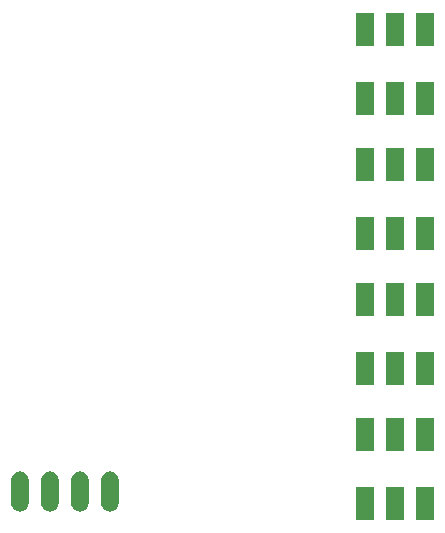
<source format=gbs>
G04 #@! TF.FileFunction,Soldermask,Bot*
%FSLAX46Y46*%
G04 Gerber Fmt 4.6, Leading zero omitted, Abs format (unit mm)*
G04 Created by KiCad (PCBNEW (2015-07-07 BZR 5906)-product) date Tue 21 Jul 2015 01:08:41 PM EDT*
%MOMM*%
G01*
G04 APERTURE LIST*
%ADD10C,0.100000*%
G04 APERTURE END LIST*
D10*
G36*
X128752600Y-131262706D02*
X128752543Y-131270901D01*
X128752542Y-131270906D01*
X128752528Y-131272958D01*
X128736504Y-131415821D01*
X128693035Y-131552851D01*
X128623779Y-131678828D01*
X128531372Y-131788954D01*
X128419335Y-131879034D01*
X128291935Y-131945637D01*
X128154025Y-131986226D01*
X128153989Y-131986229D01*
X128153980Y-131986232D01*
X128010860Y-131999257D01*
X127867933Y-131984235D01*
X127867922Y-131984231D01*
X127867886Y-131984228D01*
X127730556Y-131941717D01*
X127604099Y-131873342D01*
X127493330Y-131781707D01*
X127402470Y-131670301D01*
X127334979Y-131543369D01*
X127293428Y-131405746D01*
X127279400Y-131262673D01*
X127279400Y-131260430D01*
X127279400Y-129341327D01*
X127279400Y-129341294D01*
X127279457Y-129333099D01*
X127279457Y-129333093D01*
X127279472Y-129331042D01*
X127295496Y-129188179D01*
X127338965Y-129051149D01*
X127408221Y-128925172D01*
X127500628Y-128815046D01*
X127612665Y-128724966D01*
X127740065Y-128658363D01*
X127877975Y-128617774D01*
X127878010Y-128617770D01*
X127878020Y-128617768D01*
X128021140Y-128604743D01*
X128164067Y-128619765D01*
X128164077Y-128619768D01*
X128164114Y-128619772D01*
X128301444Y-128662283D01*
X128427901Y-128730658D01*
X128538670Y-128822293D01*
X128629530Y-128933699D01*
X128697021Y-129060631D01*
X128738572Y-129198254D01*
X128752600Y-129341327D01*
X128752600Y-129343570D01*
X128752600Y-131262673D01*
X128752600Y-131262706D01*
X128752600Y-131262706D01*
G37*
G36*
X131292600Y-131262706D02*
X131292543Y-131270901D01*
X131292542Y-131270906D01*
X131292528Y-131272958D01*
X131276504Y-131415821D01*
X131233035Y-131552851D01*
X131163779Y-131678828D01*
X131071372Y-131788954D01*
X130959335Y-131879034D01*
X130831935Y-131945637D01*
X130694025Y-131986226D01*
X130693989Y-131986229D01*
X130693980Y-131986232D01*
X130550860Y-131999257D01*
X130407933Y-131984235D01*
X130407922Y-131984231D01*
X130407886Y-131984228D01*
X130270556Y-131941717D01*
X130144099Y-131873342D01*
X130033330Y-131781707D01*
X129942470Y-131670301D01*
X129874979Y-131543369D01*
X129833428Y-131405746D01*
X129819400Y-131262673D01*
X129819400Y-131260430D01*
X129819400Y-129341327D01*
X129819400Y-129341294D01*
X129819457Y-129333099D01*
X129819457Y-129333093D01*
X129819472Y-129331042D01*
X129835496Y-129188179D01*
X129878965Y-129051149D01*
X129948221Y-128925172D01*
X130040628Y-128815046D01*
X130152665Y-128724966D01*
X130280065Y-128658363D01*
X130417975Y-128617774D01*
X130418010Y-128617770D01*
X130418020Y-128617768D01*
X130561140Y-128604743D01*
X130704067Y-128619765D01*
X130704077Y-128619768D01*
X130704114Y-128619772D01*
X130841444Y-128662283D01*
X130967901Y-128730658D01*
X131078670Y-128822293D01*
X131169530Y-128933699D01*
X131237021Y-129060631D01*
X131278572Y-129198254D01*
X131292600Y-129341327D01*
X131292600Y-129343570D01*
X131292600Y-131262673D01*
X131292600Y-131262706D01*
X131292600Y-131262706D01*
G37*
G36*
X133832600Y-131262706D02*
X133832543Y-131270901D01*
X133832542Y-131270906D01*
X133832528Y-131272958D01*
X133816504Y-131415821D01*
X133773035Y-131552851D01*
X133703779Y-131678828D01*
X133611372Y-131788954D01*
X133499335Y-131879034D01*
X133371935Y-131945637D01*
X133234025Y-131986226D01*
X133233989Y-131986229D01*
X133233980Y-131986232D01*
X133090860Y-131999257D01*
X132947933Y-131984235D01*
X132947922Y-131984231D01*
X132947886Y-131984228D01*
X132810556Y-131941717D01*
X132684099Y-131873342D01*
X132573330Y-131781707D01*
X132482470Y-131670301D01*
X132414979Y-131543369D01*
X132373428Y-131405746D01*
X132359400Y-131262673D01*
X132359400Y-131260430D01*
X132359400Y-129341327D01*
X132359400Y-129341294D01*
X132359457Y-129333099D01*
X132359457Y-129333093D01*
X132359472Y-129331042D01*
X132375496Y-129188179D01*
X132418965Y-129051149D01*
X132488221Y-128925172D01*
X132580628Y-128815046D01*
X132692665Y-128724966D01*
X132820065Y-128658363D01*
X132957975Y-128617774D01*
X132958010Y-128617770D01*
X132958020Y-128617768D01*
X133101140Y-128604743D01*
X133244067Y-128619765D01*
X133244077Y-128619768D01*
X133244114Y-128619772D01*
X133381444Y-128662283D01*
X133507901Y-128730658D01*
X133618670Y-128822293D01*
X133709530Y-128933699D01*
X133777021Y-129060631D01*
X133818572Y-129198254D01*
X133832600Y-129341327D01*
X133832600Y-129343570D01*
X133832600Y-131262673D01*
X133832600Y-131262706D01*
X133832600Y-131262706D01*
G37*
G36*
X136372600Y-131262706D02*
X136372543Y-131270901D01*
X136372542Y-131270906D01*
X136372528Y-131272958D01*
X136356504Y-131415821D01*
X136313035Y-131552851D01*
X136243779Y-131678828D01*
X136151372Y-131788954D01*
X136039335Y-131879034D01*
X135911935Y-131945637D01*
X135774025Y-131986226D01*
X135773989Y-131986229D01*
X135773980Y-131986232D01*
X135630860Y-131999257D01*
X135487933Y-131984235D01*
X135487922Y-131984231D01*
X135487886Y-131984228D01*
X135350556Y-131941717D01*
X135224099Y-131873342D01*
X135113330Y-131781707D01*
X135022470Y-131670301D01*
X134954979Y-131543369D01*
X134913428Y-131405746D01*
X134899400Y-131262673D01*
X134899400Y-131260430D01*
X134899400Y-129341327D01*
X134899400Y-129341294D01*
X134899457Y-129333099D01*
X134899457Y-129333093D01*
X134899472Y-129331042D01*
X134915496Y-129188179D01*
X134958965Y-129051149D01*
X135028221Y-128925172D01*
X135120628Y-128815046D01*
X135232665Y-128724966D01*
X135360065Y-128658363D01*
X135497975Y-128617774D01*
X135498010Y-128617770D01*
X135498020Y-128617768D01*
X135641140Y-128604743D01*
X135784067Y-128619765D01*
X135784077Y-128619768D01*
X135784114Y-128619772D01*
X135921444Y-128662283D01*
X136047901Y-128730658D01*
X136158670Y-128822293D01*
X136249530Y-128933699D01*
X136317021Y-129060631D01*
X136358572Y-129198254D01*
X136372600Y-129341327D01*
X136372600Y-129343570D01*
X136372600Y-131262673D01*
X136372600Y-131262706D01*
X136372600Y-131262706D01*
G37*
G36*
X157962600Y-92557600D02*
X156489400Y-92557600D01*
X156489400Y-89814400D01*
X157962600Y-89814400D01*
X157962600Y-92557600D01*
X157962600Y-92557600D01*
G37*
G36*
X157962600Y-98399600D02*
X156489400Y-98399600D01*
X156489400Y-95656400D01*
X157962600Y-95656400D01*
X157962600Y-98399600D01*
X157962600Y-98399600D01*
G37*
G36*
X157962600Y-103987600D02*
X156489400Y-103987600D01*
X156489400Y-101244400D01*
X157962600Y-101244400D01*
X157962600Y-103987600D01*
X157962600Y-103987600D01*
G37*
G36*
X157962600Y-109829600D02*
X156489400Y-109829600D01*
X156489400Y-107086400D01*
X157962600Y-107086400D01*
X157962600Y-109829600D01*
X157962600Y-109829600D01*
G37*
G36*
X157962600Y-115417600D02*
X156489400Y-115417600D01*
X156489400Y-112674400D01*
X157962600Y-112674400D01*
X157962600Y-115417600D01*
X157962600Y-115417600D01*
G37*
G36*
X157962600Y-121259600D02*
X156489400Y-121259600D01*
X156489400Y-118516400D01*
X157962600Y-118516400D01*
X157962600Y-121259600D01*
X157962600Y-121259600D01*
G37*
G36*
X157962600Y-126847600D02*
X156489400Y-126847600D01*
X156489400Y-124104400D01*
X157962600Y-124104400D01*
X157962600Y-126847600D01*
X157962600Y-126847600D01*
G37*
G36*
X157962600Y-132689600D02*
X156489400Y-132689600D01*
X156489400Y-129946400D01*
X157962600Y-129946400D01*
X157962600Y-132689600D01*
X157962600Y-132689600D01*
G37*
G36*
X160502600Y-92557600D02*
X159029400Y-92557600D01*
X159029400Y-89814400D01*
X160502600Y-89814400D01*
X160502600Y-92557600D01*
X160502600Y-92557600D01*
G37*
G36*
X160502600Y-98399600D02*
X159029400Y-98399600D01*
X159029400Y-95656400D01*
X160502600Y-95656400D01*
X160502600Y-98399600D01*
X160502600Y-98399600D01*
G37*
G36*
X160502600Y-103987600D02*
X159029400Y-103987600D01*
X159029400Y-101244400D01*
X160502600Y-101244400D01*
X160502600Y-103987600D01*
X160502600Y-103987600D01*
G37*
G36*
X160502600Y-109829600D02*
X159029400Y-109829600D01*
X159029400Y-107086400D01*
X160502600Y-107086400D01*
X160502600Y-109829600D01*
X160502600Y-109829600D01*
G37*
G36*
X160502600Y-115417600D02*
X159029400Y-115417600D01*
X159029400Y-112674400D01*
X160502600Y-112674400D01*
X160502600Y-115417600D01*
X160502600Y-115417600D01*
G37*
G36*
X160502600Y-121259600D02*
X159029400Y-121259600D01*
X159029400Y-118516400D01*
X160502600Y-118516400D01*
X160502600Y-121259600D01*
X160502600Y-121259600D01*
G37*
G36*
X160502600Y-126847600D02*
X159029400Y-126847600D01*
X159029400Y-124104400D01*
X160502600Y-124104400D01*
X160502600Y-126847600D01*
X160502600Y-126847600D01*
G37*
G36*
X160502600Y-132689600D02*
X159029400Y-132689600D01*
X159029400Y-129946400D01*
X160502600Y-129946400D01*
X160502600Y-132689600D01*
X160502600Y-132689600D01*
G37*
G36*
X163042600Y-92557600D02*
X161569400Y-92557600D01*
X161569400Y-89814400D01*
X163042600Y-89814400D01*
X163042600Y-92557600D01*
X163042600Y-92557600D01*
G37*
G36*
X163042600Y-98399600D02*
X161569400Y-98399600D01*
X161569400Y-95656400D01*
X163042600Y-95656400D01*
X163042600Y-98399600D01*
X163042600Y-98399600D01*
G37*
G36*
X163042600Y-103987600D02*
X161569400Y-103987600D01*
X161569400Y-101244400D01*
X163042600Y-101244400D01*
X163042600Y-103987600D01*
X163042600Y-103987600D01*
G37*
G36*
X163042600Y-109829600D02*
X161569400Y-109829600D01*
X161569400Y-107086400D01*
X163042600Y-107086400D01*
X163042600Y-109829600D01*
X163042600Y-109829600D01*
G37*
G36*
X163042600Y-115417600D02*
X161569400Y-115417600D01*
X161569400Y-112674400D01*
X163042600Y-112674400D01*
X163042600Y-115417600D01*
X163042600Y-115417600D01*
G37*
G36*
X163042600Y-121259600D02*
X161569400Y-121259600D01*
X161569400Y-118516400D01*
X163042600Y-118516400D01*
X163042600Y-121259600D01*
X163042600Y-121259600D01*
G37*
G36*
X163042600Y-126847600D02*
X161569400Y-126847600D01*
X161569400Y-124104400D01*
X163042600Y-124104400D01*
X163042600Y-126847600D01*
X163042600Y-126847600D01*
G37*
G36*
X163042600Y-132689600D02*
X161569400Y-132689600D01*
X161569400Y-129946400D01*
X163042600Y-129946400D01*
X163042600Y-132689600D01*
X163042600Y-132689600D01*
G37*
M02*

</source>
